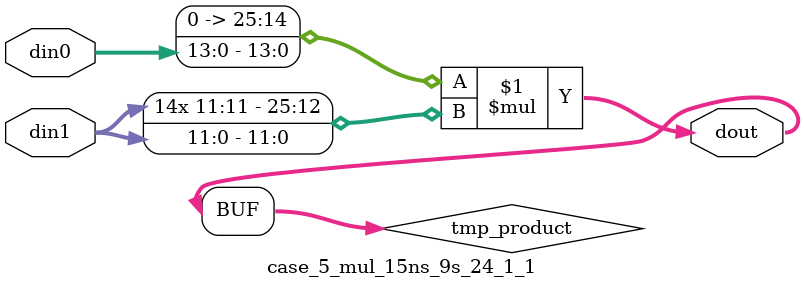
<source format=v>

`timescale 1 ns / 1 ps

 (* use_dsp = "no" *)  module case_5_mul_15ns_9s_24_1_1(din0, din1, dout);
parameter ID = 1;
parameter NUM_STAGE = 0;
parameter din0_WIDTH = 14;
parameter din1_WIDTH = 12;
parameter dout_WIDTH = 26;

input [din0_WIDTH - 1 : 0] din0; 
input [din1_WIDTH - 1 : 0] din1; 
output [dout_WIDTH - 1 : 0] dout;

wire signed [dout_WIDTH - 1 : 0] tmp_product;

























assign tmp_product = $signed({1'b0, din0}) * $signed(din1);










assign dout = tmp_product;





















endmodule

</source>
